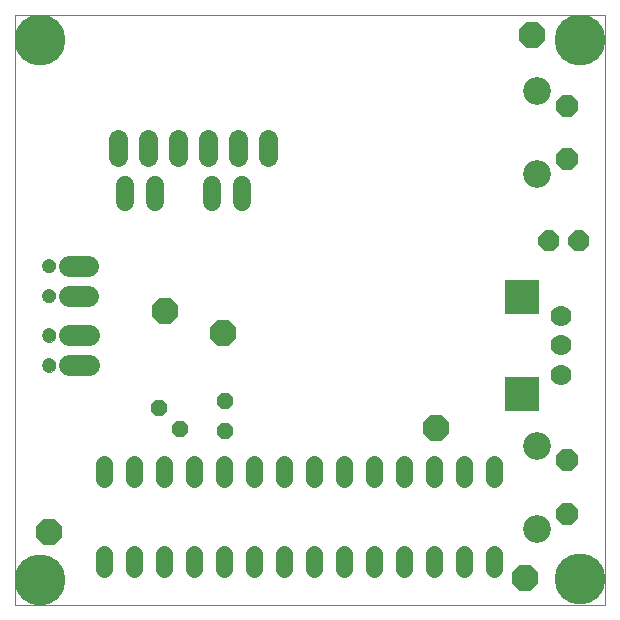
<source format=gts>
G75*
%MOIN*%
%OFA0B0*%
%FSLAX24Y24*%
%IPPOS*%
%LPD*%
%AMOC8*
5,1,8,0,0,1.08239X$1,22.5*
%
%ADD10C,0.0000*%
%ADD11C,0.0560*%
%ADD12C,0.0600*%
%ADD13OC8,0.0700*%
%ADD14OC8,0.0890*%
%ADD15OC8,0.0740*%
%ADD16C,0.0925*%
%ADD17C,0.0700*%
%ADD18R,0.1142X0.1142*%
%ADD19C,0.0640*%
%ADD20C,0.0690*%
%ADD21C,0.0473*%
%ADD22OC8,0.0560*%
%ADD23C,0.1700*%
D10*
X000350Y000350D02*
X000350Y020035D01*
X020035Y020035D01*
X020035Y000350D01*
X000350Y000350D01*
X001267Y008344D02*
X001269Y008373D01*
X001275Y008401D01*
X001284Y008429D01*
X001297Y008455D01*
X001314Y008478D01*
X001333Y008500D01*
X001355Y008519D01*
X001380Y008534D01*
X001406Y008547D01*
X001434Y008555D01*
X001462Y008560D01*
X001491Y008561D01*
X001520Y008558D01*
X001548Y008551D01*
X001575Y008541D01*
X001601Y008527D01*
X001624Y008510D01*
X001645Y008490D01*
X001663Y008467D01*
X001678Y008442D01*
X001689Y008415D01*
X001697Y008387D01*
X001701Y008358D01*
X001701Y008330D01*
X001697Y008301D01*
X001689Y008273D01*
X001678Y008246D01*
X001663Y008221D01*
X001645Y008198D01*
X001624Y008178D01*
X001601Y008161D01*
X001575Y008147D01*
X001548Y008137D01*
X001520Y008130D01*
X001491Y008127D01*
X001462Y008128D01*
X001434Y008133D01*
X001406Y008141D01*
X001380Y008154D01*
X001355Y008169D01*
X001333Y008188D01*
X001314Y008210D01*
X001297Y008233D01*
X001284Y008259D01*
X001275Y008287D01*
X001269Y008315D01*
X001267Y008344D01*
X001267Y009344D02*
X001269Y009373D01*
X001275Y009401D01*
X001284Y009429D01*
X001297Y009455D01*
X001314Y009478D01*
X001333Y009500D01*
X001355Y009519D01*
X001380Y009534D01*
X001406Y009547D01*
X001434Y009555D01*
X001462Y009560D01*
X001491Y009561D01*
X001520Y009558D01*
X001548Y009551D01*
X001575Y009541D01*
X001601Y009527D01*
X001624Y009510D01*
X001645Y009490D01*
X001663Y009467D01*
X001678Y009442D01*
X001689Y009415D01*
X001697Y009387D01*
X001701Y009358D01*
X001701Y009330D01*
X001697Y009301D01*
X001689Y009273D01*
X001678Y009246D01*
X001663Y009221D01*
X001645Y009198D01*
X001624Y009178D01*
X001601Y009161D01*
X001575Y009147D01*
X001548Y009137D01*
X001520Y009130D01*
X001491Y009127D01*
X001462Y009128D01*
X001434Y009133D01*
X001406Y009141D01*
X001380Y009154D01*
X001355Y009169D01*
X001333Y009188D01*
X001314Y009210D01*
X001297Y009233D01*
X001284Y009259D01*
X001275Y009287D01*
X001269Y009315D01*
X001267Y009344D01*
X001259Y010670D02*
X001261Y010699D01*
X001267Y010727D01*
X001276Y010755D01*
X001289Y010781D01*
X001306Y010804D01*
X001325Y010826D01*
X001347Y010845D01*
X001372Y010860D01*
X001398Y010873D01*
X001426Y010881D01*
X001454Y010886D01*
X001483Y010887D01*
X001512Y010884D01*
X001540Y010877D01*
X001567Y010867D01*
X001593Y010853D01*
X001616Y010836D01*
X001637Y010816D01*
X001655Y010793D01*
X001670Y010768D01*
X001681Y010741D01*
X001689Y010713D01*
X001693Y010684D01*
X001693Y010656D01*
X001689Y010627D01*
X001681Y010599D01*
X001670Y010572D01*
X001655Y010547D01*
X001637Y010524D01*
X001616Y010504D01*
X001593Y010487D01*
X001567Y010473D01*
X001540Y010463D01*
X001512Y010456D01*
X001483Y010453D01*
X001454Y010454D01*
X001426Y010459D01*
X001398Y010467D01*
X001372Y010480D01*
X001347Y010495D01*
X001325Y010514D01*
X001306Y010536D01*
X001289Y010559D01*
X001276Y010585D01*
X001267Y010613D01*
X001261Y010641D01*
X001259Y010670D01*
X001259Y011670D02*
X001261Y011699D01*
X001267Y011727D01*
X001276Y011755D01*
X001289Y011781D01*
X001306Y011804D01*
X001325Y011826D01*
X001347Y011845D01*
X001372Y011860D01*
X001398Y011873D01*
X001426Y011881D01*
X001454Y011886D01*
X001483Y011887D01*
X001512Y011884D01*
X001540Y011877D01*
X001567Y011867D01*
X001593Y011853D01*
X001616Y011836D01*
X001637Y011816D01*
X001655Y011793D01*
X001670Y011768D01*
X001681Y011741D01*
X001689Y011713D01*
X001693Y011684D01*
X001693Y011656D01*
X001689Y011627D01*
X001681Y011599D01*
X001670Y011572D01*
X001655Y011547D01*
X001637Y011524D01*
X001616Y011504D01*
X001593Y011487D01*
X001567Y011473D01*
X001540Y011463D01*
X001512Y011456D01*
X001483Y011453D01*
X001454Y011454D01*
X001426Y011459D01*
X001398Y011467D01*
X001372Y011480D01*
X001347Y011495D01*
X001325Y011514D01*
X001306Y011536D01*
X001289Y011559D01*
X001276Y011585D01*
X001267Y011613D01*
X001261Y011641D01*
X001259Y011670D01*
D11*
X003317Y005065D02*
X003317Y004545D01*
X004317Y004545D02*
X004317Y005065D01*
X005317Y005065D02*
X005317Y004545D01*
X006317Y004545D02*
X006317Y005065D01*
X007317Y005065D02*
X007317Y004545D01*
X008317Y004545D02*
X008317Y005065D01*
X009317Y005065D02*
X009317Y004545D01*
X010317Y004545D02*
X010317Y005065D01*
X011317Y005065D02*
X011317Y004545D01*
X012317Y004545D02*
X012317Y005065D01*
X013317Y005065D02*
X013317Y004545D01*
X014317Y004545D02*
X014317Y005065D01*
X015317Y005065D02*
X015317Y004545D01*
X016317Y004545D02*
X016317Y005065D01*
X016317Y002065D02*
X016317Y001545D01*
X015317Y001545D02*
X015317Y002065D01*
X014317Y002065D02*
X014317Y001545D01*
X013317Y001545D02*
X013317Y002065D01*
X012317Y002065D02*
X012317Y001545D01*
X011317Y001545D02*
X011317Y002065D01*
X010317Y002065D02*
X010317Y001545D01*
X009317Y001545D02*
X009317Y002065D01*
X008317Y002065D02*
X008317Y001545D01*
X007317Y001545D02*
X007317Y002065D01*
X006317Y002065D02*
X006317Y001545D01*
X005317Y001545D02*
X005317Y002065D01*
X004317Y002065D02*
X004317Y001545D01*
X003317Y001545D02*
X003317Y002065D01*
D12*
X004021Y013790D02*
X004021Y014350D01*
X005021Y014350D02*
X005021Y013790D01*
X006916Y013783D02*
X006916Y014343D01*
X007916Y014343D02*
X007916Y013783D01*
D13*
X018157Y012502D03*
X019157Y012502D03*
D14*
X014380Y006269D03*
X007280Y009422D03*
X005350Y010143D03*
X001486Y002777D03*
X017371Y001258D03*
X017600Y019350D03*
D15*
X018753Y016988D03*
X018753Y015208D03*
X018753Y005177D03*
X018753Y003397D03*
D16*
X017773Y002907D03*
X017773Y005667D03*
X017773Y014718D03*
X017773Y017478D03*
D17*
X018568Y009996D03*
X018568Y009011D03*
X018568Y008027D03*
D18*
X017268Y007397D03*
X017268Y010626D03*
D19*
X008804Y015289D02*
X008804Y015889D01*
X007804Y015889D02*
X007804Y015289D01*
X006804Y015289D02*
X006804Y015889D01*
X005804Y015889D02*
X005804Y015289D01*
X004804Y015289D02*
X004804Y015889D01*
X003804Y015889D02*
X003804Y015289D01*
D20*
X002801Y011670D02*
X002151Y011670D01*
X002151Y010670D02*
X002801Y010670D01*
X002809Y009344D02*
X002160Y009344D01*
X002160Y008344D02*
X002809Y008344D01*
D21*
X001484Y008344D03*
X001484Y009344D03*
X001476Y010670D03*
X001476Y011670D03*
D22*
X007351Y007170D03*
X007351Y006170D03*
X005853Y006230D03*
X005153Y006930D03*
D23*
X001200Y001200D03*
X019179Y001212D03*
X019182Y019177D03*
X001201Y019175D03*
M02*

</source>
